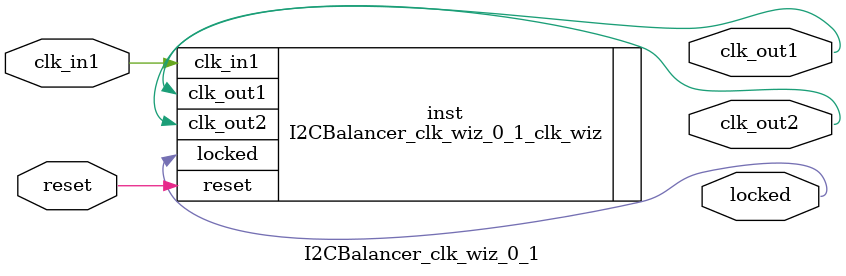
<source format=v>


`timescale 1ps/1ps

(* CORE_GENERATION_INFO = "I2CBalancer_clk_wiz_0_1,clk_wiz_v6_0_6_0_0,{component_name=I2CBalancer_clk_wiz_0_1,use_phase_alignment=true,use_min_o_jitter=false,use_max_i_jitter=false,use_dyn_phase_shift=false,use_inclk_switchover=false,use_dyn_reconfig=false,enable_axi=0,feedback_source=FDBK_AUTO,PRIMITIVE=MMCM,num_out_clk=2,clkin1_period=10.000,clkin2_period=10.000,use_power_down=false,use_reset=true,use_locked=true,use_inclk_stopped=false,feedback_type=SINGLE,CLOCK_MGR_TYPE=NA,manual_override=false}" *)

module I2CBalancer_clk_wiz_0_1 
 (
  // Clock out ports
  output        clk_out1,
  output        clk_out2,
  // Status and control signals
  input         reset,
  output        locked,
 // Clock in ports
  input         clk_in1
 );

  I2CBalancer_clk_wiz_0_1_clk_wiz inst
  (
  // Clock out ports  
  .clk_out1(clk_out1),
  .clk_out2(clk_out2),
  // Status and control signals               
  .reset(reset), 
  .locked(locked),
 // Clock in ports
  .clk_in1(clk_in1)
  );

endmodule

</source>
